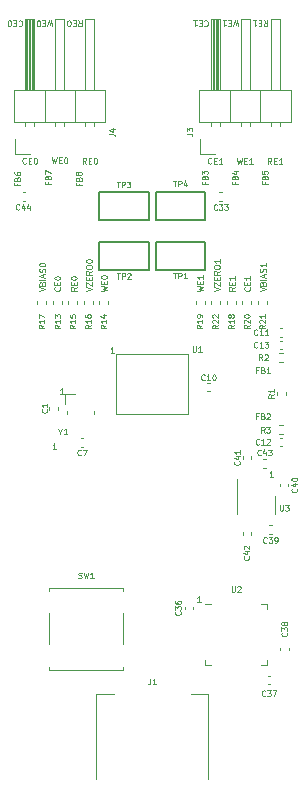
<source format=gbr>
%TF.GenerationSoftware,KiCad,Pcbnew,(5.1.2)-1*%
%TF.CreationDate,2022-05-17T10:19:51-05:00*%
%TF.ProjectId,aducm_board,61647563-6d5f-4626-9f61-72642e6b6963,1.6*%
%TF.SameCoordinates,Original*%
%TF.FileFunction,Legend,Top*%
%TF.FilePolarity,Positive*%
%FSLAX46Y46*%
G04 Gerber Fmt 4.6, Leading zero omitted, Abs format (unit mm)*
G04 Created by KiCad (PCBNEW (5.1.2)-1) date 2022-05-17 10:19:51*
%MOMM*%
%LPD*%
G04 APERTURE LIST*
%ADD10C,0.050000*%
%ADD11C,0.120000*%
%ADD12C,0.150000*%
%ADD13C,0.050800*%
G04 APERTURE END LIST*
D10*
X145592857Y-136206190D02*
X145307142Y-136206190D01*
X145450000Y-136206190D02*
X145450000Y-135706190D01*
X145402380Y-135777619D01*
X145354761Y-135825238D01*
X145307142Y-135849047D01*
X133367857Y-123276190D02*
X133082142Y-123276190D01*
X133225000Y-123276190D02*
X133225000Y-122776190D01*
X133177380Y-122847619D01*
X133129761Y-122895238D01*
X133082142Y-122919047D01*
X150616190Y-109926190D02*
X151116190Y-109759523D01*
X150616190Y-109592857D01*
X150854285Y-109259523D02*
X150878095Y-109188095D01*
X150901904Y-109164285D01*
X150949523Y-109140476D01*
X151020952Y-109140476D01*
X151068571Y-109164285D01*
X151092380Y-109188095D01*
X151116190Y-109235714D01*
X151116190Y-109426190D01*
X150616190Y-109426190D01*
X150616190Y-109259523D01*
X150640000Y-109211904D01*
X150663809Y-109188095D01*
X150711428Y-109164285D01*
X150759047Y-109164285D01*
X150806666Y-109188095D01*
X150830476Y-109211904D01*
X150854285Y-109259523D01*
X150854285Y-109426190D01*
X151116190Y-108926190D02*
X150616190Y-108926190D01*
X150973333Y-108711904D02*
X150973333Y-108473809D01*
X151116190Y-108759523D02*
X150616190Y-108592857D01*
X151116190Y-108426190D01*
X151092380Y-108283333D02*
X151116190Y-108211904D01*
X151116190Y-108092857D01*
X151092380Y-108045238D01*
X151068571Y-108021428D01*
X151020952Y-107997619D01*
X150973333Y-107997619D01*
X150925714Y-108021428D01*
X150901904Y-108045238D01*
X150878095Y-108092857D01*
X150854285Y-108188095D01*
X150830476Y-108235714D01*
X150806666Y-108259523D01*
X150759047Y-108283333D01*
X150711428Y-108283333D01*
X150663809Y-108259523D01*
X150640000Y-108235714D01*
X150616190Y-108188095D01*
X150616190Y-108069047D01*
X150640000Y-107997619D01*
X151116190Y-107521428D02*
X151116190Y-107807142D01*
X151116190Y-107664285D02*
X150616190Y-107664285D01*
X150687619Y-107711904D01*
X150735238Y-107759523D01*
X150759047Y-107807142D01*
X149758571Y-109569047D02*
X149782380Y-109592857D01*
X149806190Y-109664285D01*
X149806190Y-109711904D01*
X149782380Y-109783333D01*
X149734761Y-109830952D01*
X149687142Y-109854762D01*
X149591904Y-109878571D01*
X149520476Y-109878571D01*
X149425238Y-109854762D01*
X149377619Y-109830952D01*
X149330000Y-109783333D01*
X149306190Y-109711904D01*
X149306190Y-109664285D01*
X149330000Y-109592857D01*
X149353809Y-109569047D01*
X149544285Y-109354762D02*
X149544285Y-109188095D01*
X149806190Y-109116666D02*
X149806190Y-109354762D01*
X149306190Y-109354762D01*
X149306190Y-109116666D01*
X149806190Y-108640476D02*
X149806190Y-108926190D01*
X149806190Y-108783333D02*
X149306190Y-108783333D01*
X149377619Y-108830952D01*
X149425238Y-108878571D01*
X149449047Y-108926190D01*
X148476190Y-109569047D02*
X148238095Y-109735714D01*
X148476190Y-109854762D02*
X147976190Y-109854762D01*
X147976190Y-109664285D01*
X148000000Y-109616666D01*
X148023809Y-109592857D01*
X148071428Y-109569047D01*
X148142857Y-109569047D01*
X148190476Y-109592857D01*
X148214285Y-109616666D01*
X148238095Y-109664285D01*
X148238095Y-109854762D01*
X148214285Y-109354762D02*
X148214285Y-109188095D01*
X148476190Y-109116666D02*
X148476190Y-109354762D01*
X147976190Y-109354762D01*
X147976190Y-109116666D01*
X148476190Y-108640476D02*
X148476190Y-108926190D01*
X148476190Y-108783333D02*
X147976190Y-108783333D01*
X148047619Y-108830952D01*
X148095238Y-108878571D01*
X148119047Y-108926190D01*
X146716190Y-109926190D02*
X147216190Y-109759523D01*
X146716190Y-109592857D01*
X146716190Y-109473809D02*
X146716190Y-109140476D01*
X147216190Y-109473809D01*
X147216190Y-109140476D01*
X146954285Y-108949999D02*
X146954285Y-108783333D01*
X147216190Y-108711904D02*
X147216190Y-108949999D01*
X146716190Y-108949999D01*
X146716190Y-108711904D01*
X147216190Y-108211904D02*
X146978095Y-108378571D01*
X147216190Y-108497618D02*
X146716190Y-108497618D01*
X146716190Y-108307142D01*
X146740000Y-108259523D01*
X146763809Y-108235714D01*
X146811428Y-108211904D01*
X146882857Y-108211904D01*
X146930476Y-108235714D01*
X146954285Y-108259523D01*
X146978095Y-108307142D01*
X146978095Y-108497618D01*
X146716190Y-107902380D02*
X146716190Y-107807142D01*
X146740000Y-107759523D01*
X146787619Y-107711904D01*
X146882857Y-107688095D01*
X147049523Y-107688095D01*
X147144761Y-107711904D01*
X147192380Y-107759523D01*
X147216190Y-107807142D01*
X147216190Y-107902380D01*
X147192380Y-107949999D01*
X147144761Y-107997618D01*
X147049523Y-108021428D01*
X146882857Y-108021428D01*
X146787619Y-107997618D01*
X146740000Y-107949999D01*
X146716190Y-107902380D01*
X147216190Y-107211904D02*
X147216190Y-107497618D01*
X147216190Y-107354761D02*
X146716190Y-107354761D01*
X146787619Y-107402380D01*
X146835238Y-107449999D01*
X146859047Y-107497618D01*
X145316190Y-109902380D02*
X145816190Y-109783332D01*
X145459047Y-109688094D01*
X145816190Y-109592856D01*
X145316190Y-109473809D01*
X145554285Y-109283332D02*
X145554285Y-109116666D01*
X145816190Y-109045237D02*
X145816190Y-109283332D01*
X145316190Y-109283332D01*
X145316190Y-109045237D01*
X145816190Y-108569047D02*
X145816190Y-108854761D01*
X145816190Y-108711904D02*
X145316190Y-108711904D01*
X145387619Y-108759523D01*
X145435238Y-108807142D01*
X145459047Y-108854761D01*
X137166190Y-109902380D02*
X137666190Y-109783332D01*
X137309047Y-109688094D01*
X137666190Y-109592856D01*
X137166190Y-109473809D01*
X137404285Y-109283332D02*
X137404285Y-109116666D01*
X137666190Y-109045237D02*
X137666190Y-109283332D01*
X137166190Y-109283332D01*
X137166190Y-109045237D01*
X137166190Y-108735713D02*
X137166190Y-108688094D01*
X137190000Y-108640475D01*
X137213809Y-108616666D01*
X137261428Y-108592856D01*
X137356666Y-108569047D01*
X137475714Y-108569047D01*
X137570952Y-108592856D01*
X137618571Y-108616666D01*
X137642380Y-108640475D01*
X137666190Y-108688094D01*
X137666190Y-108735713D01*
X137642380Y-108783332D01*
X137618571Y-108807142D01*
X137570952Y-108830951D01*
X137475714Y-108854761D01*
X137356666Y-108854761D01*
X137261428Y-108830951D01*
X137213809Y-108807142D01*
X137190000Y-108783332D01*
X137166190Y-108735713D01*
X135106190Y-109569047D02*
X134868095Y-109735714D01*
X135106190Y-109854762D02*
X134606190Y-109854762D01*
X134606190Y-109664285D01*
X134630000Y-109616666D01*
X134653809Y-109592857D01*
X134701428Y-109569047D01*
X134772857Y-109569047D01*
X134820476Y-109592857D01*
X134844285Y-109616666D01*
X134868095Y-109664285D01*
X134868095Y-109854762D01*
X134844285Y-109354762D02*
X134844285Y-109188095D01*
X135106190Y-109116666D02*
X135106190Y-109354762D01*
X134606190Y-109354762D01*
X134606190Y-109116666D01*
X134606190Y-108807143D02*
X134606190Y-108759524D01*
X134630000Y-108711904D01*
X134653809Y-108688095D01*
X134701428Y-108664285D01*
X134796666Y-108640476D01*
X134915714Y-108640476D01*
X135010952Y-108664285D01*
X135058571Y-108688095D01*
X135082380Y-108711904D01*
X135106190Y-108759524D01*
X135106190Y-108807143D01*
X135082380Y-108854762D01*
X135058571Y-108878571D01*
X135010952Y-108902381D01*
X134915714Y-108926190D01*
X134796666Y-108926190D01*
X134701428Y-108902381D01*
X134653809Y-108878571D01*
X134630000Y-108854762D01*
X134606190Y-108807143D01*
X133668571Y-109569047D02*
X133692380Y-109592857D01*
X133716190Y-109664285D01*
X133716190Y-109711904D01*
X133692380Y-109783333D01*
X133644761Y-109830952D01*
X133597142Y-109854762D01*
X133501904Y-109878571D01*
X133430476Y-109878571D01*
X133335238Y-109854762D01*
X133287619Y-109830952D01*
X133240000Y-109783333D01*
X133216190Y-109711904D01*
X133216190Y-109664285D01*
X133240000Y-109592857D01*
X133263809Y-109569047D01*
X133454285Y-109354762D02*
X133454285Y-109188095D01*
X133716190Y-109116666D02*
X133716190Y-109354762D01*
X133216190Y-109354762D01*
X133216190Y-109116666D01*
X133216190Y-108807143D02*
X133216190Y-108759524D01*
X133240000Y-108711904D01*
X133263809Y-108688095D01*
X133311428Y-108664285D01*
X133406666Y-108640476D01*
X133525714Y-108640476D01*
X133620952Y-108664285D01*
X133668571Y-108688095D01*
X133692380Y-108711904D01*
X133716190Y-108759524D01*
X133716190Y-108807143D01*
X133692380Y-108854762D01*
X133668571Y-108878571D01*
X133620952Y-108902381D01*
X133525714Y-108926190D01*
X133406666Y-108926190D01*
X133311428Y-108902381D01*
X133263809Y-108878571D01*
X133240000Y-108854762D01*
X133216190Y-108807143D01*
X131936190Y-109926190D02*
X132436190Y-109759523D01*
X131936190Y-109592857D01*
X132174285Y-109259523D02*
X132198095Y-109188095D01*
X132221904Y-109164285D01*
X132269523Y-109140476D01*
X132340952Y-109140476D01*
X132388571Y-109164285D01*
X132412380Y-109188095D01*
X132436190Y-109235714D01*
X132436190Y-109426190D01*
X131936190Y-109426190D01*
X131936190Y-109259523D01*
X131960000Y-109211904D01*
X131983809Y-109188095D01*
X132031428Y-109164285D01*
X132079047Y-109164285D01*
X132126666Y-109188095D01*
X132150476Y-109211904D01*
X132174285Y-109259523D01*
X132174285Y-109426190D01*
X132436190Y-108926190D02*
X131936190Y-108926190D01*
X132293333Y-108711904D02*
X132293333Y-108473809D01*
X132436190Y-108759523D02*
X131936190Y-108592857D01*
X132436190Y-108426190D01*
X132412380Y-108283333D02*
X132436190Y-108211904D01*
X132436190Y-108092857D01*
X132412380Y-108045238D01*
X132388571Y-108021428D01*
X132340952Y-107997619D01*
X132293333Y-107997619D01*
X132245714Y-108021428D01*
X132221904Y-108045238D01*
X132198095Y-108092857D01*
X132174285Y-108188095D01*
X132150476Y-108235714D01*
X132126666Y-108259523D01*
X132079047Y-108283333D01*
X132031428Y-108283333D01*
X131983809Y-108259523D01*
X131960000Y-108235714D01*
X131936190Y-108188095D01*
X131936190Y-108069047D01*
X131960000Y-107997619D01*
X131936190Y-107688095D02*
X131936190Y-107640476D01*
X131960000Y-107592857D01*
X131983809Y-107569047D01*
X132031428Y-107545238D01*
X132126666Y-107521428D01*
X132245714Y-107521428D01*
X132340952Y-107545238D01*
X132388571Y-107569047D01*
X132412380Y-107592857D01*
X132436190Y-107640476D01*
X132436190Y-107688095D01*
X132412380Y-107735714D01*
X132388571Y-107759523D01*
X132340952Y-107783333D01*
X132245714Y-107807142D01*
X132126666Y-107807142D01*
X132031428Y-107783333D01*
X131983809Y-107759523D01*
X131960000Y-107735714D01*
X131936190Y-107688095D01*
X134000857Y-118590190D02*
X133715142Y-118590190D01*
X133858000Y-118590190D02*
X133858000Y-118090190D01*
X133810380Y-118161619D01*
X133762761Y-118209238D01*
X133715142Y-118233047D01*
X135886190Y-109926190D02*
X136386190Y-109759523D01*
X135886190Y-109592857D01*
X135886190Y-109473809D02*
X135886190Y-109140476D01*
X136386190Y-109473809D01*
X136386190Y-109140476D01*
X136124285Y-108949999D02*
X136124285Y-108783333D01*
X136386190Y-108711904D02*
X136386190Y-108949999D01*
X135886190Y-108949999D01*
X135886190Y-108711904D01*
X136386190Y-108211904D02*
X136148095Y-108378571D01*
X136386190Y-108497618D02*
X135886190Y-108497618D01*
X135886190Y-108307142D01*
X135910000Y-108259523D01*
X135933809Y-108235714D01*
X135981428Y-108211904D01*
X136052857Y-108211904D01*
X136100476Y-108235714D01*
X136124285Y-108259523D01*
X136148095Y-108307142D01*
X136148095Y-108497618D01*
X135886190Y-107902380D02*
X135886190Y-107807142D01*
X135910000Y-107759523D01*
X135957619Y-107711904D01*
X136052857Y-107688095D01*
X136219523Y-107688095D01*
X136314761Y-107711904D01*
X136362380Y-107759523D01*
X136386190Y-107807142D01*
X136386190Y-107902380D01*
X136362380Y-107949999D01*
X136314761Y-107997618D01*
X136219523Y-108021428D01*
X136052857Y-108021428D01*
X135957619Y-107997618D01*
X135910000Y-107949999D01*
X135886190Y-107902380D01*
X135886190Y-107378571D02*
X135886190Y-107330952D01*
X135910000Y-107283333D01*
X135933809Y-107259523D01*
X135981428Y-107235714D01*
X136076666Y-107211904D01*
X136195714Y-107211904D01*
X136290952Y-107235714D01*
X136338571Y-107259523D01*
X136362380Y-107283333D01*
X136386190Y-107330952D01*
X136386190Y-107378571D01*
X136362380Y-107426190D01*
X136338571Y-107449999D01*
X136290952Y-107473809D01*
X136195714Y-107497618D01*
X136076666Y-107497618D01*
X135981428Y-107473809D01*
X135933809Y-107449999D01*
X135910000Y-107426190D01*
X135886190Y-107378571D01*
X145899523Y-87021428D02*
X145923333Y-86997619D01*
X145994761Y-86973809D01*
X146042380Y-86973809D01*
X146113809Y-86997619D01*
X146161428Y-87045238D01*
X146185238Y-87092857D01*
X146209047Y-87188095D01*
X146209047Y-87259523D01*
X146185238Y-87354761D01*
X146161428Y-87402380D01*
X146113809Y-87450000D01*
X146042380Y-87473809D01*
X145994761Y-87473809D01*
X145923333Y-87450000D01*
X145899523Y-87426190D01*
X145685238Y-87235714D02*
X145518571Y-87235714D01*
X145447142Y-86973809D02*
X145685238Y-86973809D01*
X145685238Y-87473809D01*
X145447142Y-87473809D01*
X144970952Y-86973809D02*
X145256666Y-86973809D01*
X145113809Y-86973809D02*
X145113809Y-87473809D01*
X145161428Y-87402380D01*
X145209047Y-87354761D01*
X145256666Y-87330952D01*
X148782856Y-87473809D02*
X148663808Y-86973809D01*
X148568570Y-87330952D01*
X148473332Y-86973809D01*
X148354285Y-87473809D01*
X148163808Y-87235714D02*
X147997142Y-87235714D01*
X147925713Y-86973809D02*
X148163808Y-86973809D01*
X148163808Y-87473809D01*
X147925713Y-87473809D01*
X147449523Y-86973809D02*
X147735237Y-86973809D01*
X147592380Y-86973809D02*
X147592380Y-87473809D01*
X147639999Y-87402380D01*
X147687618Y-87354761D01*
X147735237Y-87330952D01*
X150959523Y-86973809D02*
X151126190Y-87211904D01*
X151245238Y-86973809D02*
X151245238Y-87473809D01*
X151054761Y-87473809D01*
X151007142Y-87450000D01*
X150983333Y-87426190D01*
X150959523Y-87378571D01*
X150959523Y-87307142D01*
X150983333Y-87259523D01*
X151007142Y-87235714D01*
X151054761Y-87211904D01*
X151245238Y-87211904D01*
X150745238Y-87235714D02*
X150578571Y-87235714D01*
X150507142Y-86973809D02*
X150745238Y-86973809D01*
X150745238Y-87473809D01*
X150507142Y-87473809D01*
X150030952Y-86973809D02*
X150316666Y-86973809D01*
X150173809Y-86973809D02*
X150173809Y-87473809D01*
X150221428Y-87402380D01*
X150269047Y-87354761D01*
X150316666Y-87330952D01*
X151590476Y-99116190D02*
X151423809Y-98878095D01*
X151304761Y-99116190D02*
X151304761Y-98616190D01*
X151495238Y-98616190D01*
X151542857Y-98640000D01*
X151566666Y-98663809D01*
X151590476Y-98711428D01*
X151590476Y-98782857D01*
X151566666Y-98830476D01*
X151542857Y-98854285D01*
X151495238Y-98878095D01*
X151304761Y-98878095D01*
X151804761Y-98854285D02*
X151971428Y-98854285D01*
X152042857Y-99116190D02*
X151804761Y-99116190D01*
X151804761Y-98616190D01*
X152042857Y-98616190D01*
X152519047Y-99116190D02*
X152233333Y-99116190D01*
X152376190Y-99116190D02*
X152376190Y-98616190D01*
X152328571Y-98687619D01*
X152280952Y-98735238D01*
X152233333Y-98759047D01*
X146510476Y-99068571D02*
X146486666Y-99092380D01*
X146415238Y-99116190D01*
X146367619Y-99116190D01*
X146296190Y-99092380D01*
X146248571Y-99044761D01*
X146224761Y-98997142D01*
X146200952Y-98901904D01*
X146200952Y-98830476D01*
X146224761Y-98735238D01*
X146248571Y-98687619D01*
X146296190Y-98640000D01*
X146367619Y-98616190D01*
X146415238Y-98616190D01*
X146486666Y-98640000D01*
X146510476Y-98663809D01*
X146724761Y-98854285D02*
X146891428Y-98854285D01*
X146962857Y-99116190D02*
X146724761Y-99116190D01*
X146724761Y-98616190D01*
X146962857Y-98616190D01*
X147439047Y-99116190D02*
X147153333Y-99116190D01*
X147296190Y-99116190D02*
X147296190Y-98616190D01*
X147248571Y-98687619D01*
X147200952Y-98735238D01*
X147153333Y-98759047D01*
X148681428Y-98616190D02*
X148800476Y-99116190D01*
X148895714Y-98759047D01*
X148990952Y-99116190D01*
X149110000Y-98616190D01*
X149300476Y-98854285D02*
X149467142Y-98854285D01*
X149538571Y-99116190D02*
X149300476Y-99116190D01*
X149300476Y-98616190D01*
X149538571Y-98616190D01*
X150014761Y-99116190D02*
X149729047Y-99116190D01*
X149871904Y-99116190D02*
X149871904Y-98616190D01*
X149824285Y-98687619D01*
X149776666Y-98735238D01*
X149729047Y-98759047D01*
X130810476Y-99068571D02*
X130786666Y-99092380D01*
X130715238Y-99116190D01*
X130667619Y-99116190D01*
X130596190Y-99092380D01*
X130548571Y-99044761D01*
X130524761Y-98997142D01*
X130500952Y-98901904D01*
X130500952Y-98830476D01*
X130524761Y-98735238D01*
X130548571Y-98687619D01*
X130596190Y-98640000D01*
X130667619Y-98616190D01*
X130715238Y-98616190D01*
X130786666Y-98640000D01*
X130810476Y-98663809D01*
X131024761Y-98854285D02*
X131191428Y-98854285D01*
X131262857Y-99116190D02*
X131024761Y-99116190D01*
X131024761Y-98616190D01*
X131262857Y-98616190D01*
X131572380Y-98616190D02*
X131620000Y-98616190D01*
X131667619Y-98640000D01*
X131691428Y-98663809D01*
X131715238Y-98711428D01*
X131739047Y-98806666D01*
X131739047Y-98925714D01*
X131715238Y-99020952D01*
X131691428Y-99068571D01*
X131667619Y-99092380D01*
X131620000Y-99116190D01*
X131572380Y-99116190D01*
X131524761Y-99092380D01*
X131500952Y-99068571D01*
X131477142Y-99020952D01*
X131453333Y-98925714D01*
X131453333Y-98806666D01*
X131477142Y-98711428D01*
X131500952Y-98663809D01*
X131524761Y-98640000D01*
X131572380Y-98616190D01*
X132981428Y-98580475D02*
X133100476Y-99080475D01*
X133195714Y-98723332D01*
X133290952Y-99080475D01*
X133410000Y-98580475D01*
X133600476Y-98818570D02*
X133767142Y-98818570D01*
X133838571Y-99080475D02*
X133600476Y-99080475D01*
X133600476Y-98580475D01*
X133838571Y-98580475D01*
X134148095Y-98580475D02*
X134195714Y-98580475D01*
X134243333Y-98604285D01*
X134267142Y-98628094D01*
X134290952Y-98675713D01*
X134314761Y-98770951D01*
X134314761Y-98889999D01*
X134290952Y-98985237D01*
X134267142Y-99032856D01*
X134243333Y-99056665D01*
X134195714Y-99080475D01*
X134148095Y-99080475D01*
X134100476Y-99056665D01*
X134076666Y-99032856D01*
X134052857Y-98985237D01*
X134029047Y-98889999D01*
X134029047Y-98770951D01*
X134052857Y-98675713D01*
X134076666Y-98628094D01*
X134100476Y-98604285D01*
X134148095Y-98580475D01*
X135890476Y-99116190D02*
X135723809Y-98878095D01*
X135604761Y-99116190D02*
X135604761Y-98616190D01*
X135795238Y-98616190D01*
X135842857Y-98640000D01*
X135866666Y-98663809D01*
X135890476Y-98711428D01*
X135890476Y-98782857D01*
X135866666Y-98830476D01*
X135842857Y-98854285D01*
X135795238Y-98878095D01*
X135604761Y-98878095D01*
X136104761Y-98854285D02*
X136271428Y-98854285D01*
X136342857Y-99116190D02*
X136104761Y-99116190D01*
X136104761Y-98616190D01*
X136342857Y-98616190D01*
X136652380Y-98616190D02*
X136700000Y-98616190D01*
X136747619Y-98640000D01*
X136771428Y-98663809D01*
X136795238Y-98711428D01*
X136819047Y-98806666D01*
X136819047Y-98925714D01*
X136795238Y-99020952D01*
X136771428Y-99068571D01*
X136747619Y-99092380D01*
X136700000Y-99116190D01*
X136652380Y-99116190D01*
X136604761Y-99092380D01*
X136580952Y-99068571D01*
X136557142Y-99020952D01*
X136533333Y-98925714D01*
X136533333Y-98806666D01*
X136557142Y-98711428D01*
X136580952Y-98663809D01*
X136604761Y-98640000D01*
X136652380Y-98616190D01*
X135229523Y-86973809D02*
X135396190Y-87211904D01*
X135515238Y-86973809D02*
X135515238Y-87473809D01*
X135324761Y-87473809D01*
X135277142Y-87450000D01*
X135253333Y-87426190D01*
X135229523Y-87378571D01*
X135229523Y-87307142D01*
X135253333Y-87259523D01*
X135277142Y-87235714D01*
X135324761Y-87211904D01*
X135515238Y-87211904D01*
X135015238Y-87235714D02*
X134848571Y-87235714D01*
X134777142Y-86973809D02*
X135015238Y-86973809D01*
X135015238Y-87473809D01*
X134777142Y-87473809D01*
X134467619Y-87473809D02*
X134420000Y-87473809D01*
X134372380Y-87450000D01*
X134348571Y-87426190D01*
X134324761Y-87378571D01*
X134300952Y-87283333D01*
X134300952Y-87164285D01*
X134324761Y-87069047D01*
X134348571Y-87021428D01*
X134372380Y-86997619D01*
X134420000Y-86973809D01*
X134467619Y-86973809D01*
X134515238Y-86997619D01*
X134539047Y-87021428D01*
X134562857Y-87069047D01*
X134586666Y-87164285D01*
X134586666Y-87283333D01*
X134562857Y-87378571D01*
X134539047Y-87426190D01*
X134515238Y-87450000D01*
X134467619Y-87473809D01*
X133052856Y-87473809D02*
X132933808Y-86973809D01*
X132838570Y-87330952D01*
X132743332Y-86973809D01*
X132624285Y-87473809D01*
X132433808Y-87235714D02*
X132267142Y-87235714D01*
X132195713Y-86973809D02*
X132433808Y-86973809D01*
X132433808Y-87473809D01*
X132195713Y-87473809D01*
X131886189Y-87473809D02*
X131838570Y-87473809D01*
X131790951Y-87450000D01*
X131767142Y-87426190D01*
X131743332Y-87378571D01*
X131719523Y-87283333D01*
X131719523Y-87164285D01*
X131743332Y-87069047D01*
X131767142Y-87021428D01*
X131790951Y-86997619D01*
X131838570Y-86973809D01*
X131886189Y-86973809D01*
X131933808Y-86997619D01*
X131957618Y-87021428D01*
X131981427Y-87069047D01*
X132005237Y-87164285D01*
X132005237Y-87283333D01*
X131981427Y-87378571D01*
X131957618Y-87426190D01*
X131933808Y-87450000D01*
X131886189Y-87473809D01*
X130179523Y-87021428D02*
X130203333Y-86997619D01*
X130274761Y-86973809D01*
X130322380Y-86973809D01*
X130393809Y-86997619D01*
X130441428Y-87045238D01*
X130465238Y-87092857D01*
X130489047Y-87188095D01*
X130489047Y-87259523D01*
X130465238Y-87354761D01*
X130441428Y-87402380D01*
X130393809Y-87450000D01*
X130322380Y-87473809D01*
X130274761Y-87473809D01*
X130203333Y-87450000D01*
X130179523Y-87426190D01*
X129965238Y-87235714D02*
X129798571Y-87235714D01*
X129727142Y-86973809D02*
X129965238Y-86973809D01*
X129965238Y-87473809D01*
X129727142Y-87473809D01*
X129417619Y-87473809D02*
X129370000Y-87473809D01*
X129322380Y-87450000D01*
X129298571Y-87426190D01*
X129274761Y-87378571D01*
X129250952Y-87283333D01*
X129250952Y-87164285D01*
X129274761Y-87069047D01*
X129298571Y-87021428D01*
X129322380Y-86997619D01*
X129370000Y-86973809D01*
X129417619Y-86973809D01*
X129465238Y-86997619D01*
X129489047Y-87021428D01*
X129512857Y-87069047D01*
X129536666Y-87164285D01*
X129536666Y-87283333D01*
X129512857Y-87378571D01*
X129489047Y-87426190D01*
X129465238Y-87450000D01*
X129417619Y-87473809D01*
X138262857Y-115126190D02*
X137977142Y-115126190D01*
X138120000Y-115126190D02*
X138120000Y-114626190D01*
X138072380Y-114697619D01*
X138024761Y-114745238D01*
X137977142Y-114769047D01*
X151717857Y-125626190D02*
X151432142Y-125626190D01*
X151575000Y-125626190D02*
X151575000Y-125126190D01*
X151527380Y-125197619D01*
X151479761Y-125245238D01*
X151432142Y-125269047D01*
D11*
%TO.C,C41*%
X149170000Y-124117836D02*
X149170000Y-123902164D01*
X149890000Y-124117836D02*
X149890000Y-123902164D01*
D12*
%TO.C,TP4*%
X141800000Y-101470000D02*
X146000000Y-101470000D01*
X146000000Y-101470000D02*
X146000000Y-103870000D01*
X146000000Y-103870000D02*
X141800000Y-103870000D01*
X141800000Y-103870000D02*
X141800000Y-101470000D01*
%TO.C,TP3*%
X136990000Y-101470000D02*
X141190000Y-101470000D01*
X141190000Y-101470000D02*
X141190000Y-103870000D01*
X141190000Y-103870000D02*
X136990000Y-103870000D01*
X136990000Y-103870000D02*
X136990000Y-101470000D01*
D11*
%TO.C,U3*%
X151870000Y-127270000D02*
X151870000Y-128770000D01*
X148650000Y-125770000D02*
X148650000Y-128770000D01*
%TO.C,C36*%
X144240000Y-136841837D02*
X144240000Y-136626165D01*
X144960000Y-136841837D02*
X144960000Y-136626165D01*
%TO.C,R22*%
X147272500Y-110696359D02*
X147272500Y-111003641D01*
X146512500Y-110696359D02*
X146512500Y-111003641D01*
%TO.C,U1*%
X138452000Y-120322000D02*
X138452000Y-115242000D01*
X144548000Y-120322000D02*
X138452000Y-120322000D01*
X144548000Y-115242000D02*
X144548000Y-120322000D01*
X138452000Y-115242000D02*
X144548000Y-115242000D01*
D12*
%TO.C,TP2*%
X137000000Y-105710000D02*
X141200000Y-105710000D01*
X141200000Y-105710000D02*
X141200000Y-108110000D01*
X141200000Y-108110000D02*
X137000000Y-108110000D01*
X137000000Y-108110000D02*
X137000000Y-105710000D01*
D11*
%TO.C,R21*%
X151210000Y-110696359D02*
X151210000Y-111003641D01*
X150450000Y-110696359D02*
X150450000Y-111003641D01*
%TO.C,R20*%
X149897500Y-110696359D02*
X149897500Y-111003641D01*
X149137500Y-110696359D02*
X149137500Y-111003641D01*
%TO.C,R19*%
X145200000Y-111003641D02*
X145200000Y-110696359D01*
X145960000Y-111003641D02*
X145960000Y-110696359D01*
%TO.C,R18*%
X147825000Y-111003641D02*
X147825000Y-110696359D01*
X148585000Y-111003641D02*
X148585000Y-110696359D01*
%TO.C,R17*%
X132530000Y-110696359D02*
X132530000Y-111003641D01*
X131770000Y-110696359D02*
X131770000Y-111003641D01*
%TO.C,R16*%
X136467500Y-110696359D02*
X136467500Y-111003641D01*
X135707500Y-110696359D02*
X135707500Y-111003641D01*
%TO.C,R15*%
X135155000Y-110696359D02*
X135155000Y-111003641D01*
X134395000Y-110696359D02*
X134395000Y-111003641D01*
%TO.C,R14*%
X137780000Y-110696359D02*
X137780000Y-111003641D01*
X137020000Y-110696359D02*
X137020000Y-111003641D01*
%TO.C,R13*%
X133842500Y-110696359D02*
X133842500Y-111003641D01*
X133082500Y-110696359D02*
X133082500Y-111003641D01*
%TO.C,J1*%
X136750000Y-143970000D02*
X138250000Y-143970000D01*
X136750000Y-143970000D02*
X136750000Y-151230000D01*
X146250000Y-143970000D02*
X146250000Y-151230000D01*
X144750000Y-143970000D02*
X146250000Y-143970000D01*
%TO.C,C44*%
X130747836Y-102250000D02*
X130532164Y-102250000D01*
X130747836Y-101530000D02*
X130532164Y-101530000D01*
%TO.C,Y1*%
X134135000Y-119425000D02*
X134135000Y-118635000D01*
X134315000Y-120065000D02*
X134315000Y-120285000D01*
X136535000Y-120065000D02*
X136535000Y-120285000D01*
X134925000Y-118635000D02*
X134135000Y-118635000D01*
D12*
%TO.C,TP1*%
X141800000Y-105710000D02*
X146000000Y-105710000D01*
X146000000Y-105710000D02*
X146000000Y-108110000D01*
X146000000Y-108110000D02*
X141800000Y-108110000D01*
X141800000Y-108110000D02*
X141800000Y-105710000D01*
D11*
%TO.C,SW1*%
X132740000Y-135290000D02*
X132740000Y-135040000D01*
X132740000Y-135040000D02*
X139040000Y-135040000D01*
X139040000Y-135040000D02*
X139040000Y-135290000D01*
X132740000Y-139790000D02*
X132740000Y-137190000D01*
X139040000Y-141690000D02*
X139040000Y-141940000D01*
X139040000Y-141940000D02*
X132740000Y-141940000D01*
X132740000Y-141940000D02*
X132740000Y-141690000D01*
X139040000Y-137190000D02*
X139040000Y-139790000D01*
%TO.C,R3*%
X152573641Y-121225000D02*
X152266359Y-121225000D01*
X152573641Y-121985000D02*
X152266359Y-121985000D01*
%TO.C,R2*%
X152573641Y-115910000D02*
X152266359Y-115910000D01*
X152573641Y-115150000D02*
X152266359Y-115150000D01*
%TO.C,R1*%
X152040000Y-118723641D02*
X152040000Y-118416359D01*
X152800000Y-118723641D02*
X152800000Y-118416359D01*
%TO.C,J3*%
X145490000Y-95550000D02*
X153230000Y-95550000D01*
X153230000Y-95550000D02*
X153230000Y-92890000D01*
X153230000Y-92890000D02*
X145490000Y-92890000D01*
X145490000Y-92890000D02*
X145490000Y-95550000D01*
X146440000Y-92890000D02*
X146440000Y-86890000D01*
X146440000Y-86890000D02*
X147200000Y-86890000D01*
X147200000Y-86890000D02*
X147200000Y-92890000D01*
X146500000Y-92890000D02*
X146500000Y-86890000D01*
X146620000Y-92890000D02*
X146620000Y-86890000D01*
X146740000Y-92890000D02*
X146740000Y-86890000D01*
X146860000Y-92890000D02*
X146860000Y-86890000D01*
X146980000Y-92890000D02*
X146980000Y-86890000D01*
X147100000Y-92890000D02*
X147100000Y-86890000D01*
X146440000Y-95880000D02*
X146440000Y-95550000D01*
X147200000Y-95880000D02*
X147200000Y-95550000D01*
X148090000Y-95550000D02*
X148090000Y-92890000D01*
X148980000Y-92890000D02*
X148980000Y-86890000D01*
X148980000Y-86890000D02*
X149740000Y-86890000D01*
X149740000Y-86890000D02*
X149740000Y-92890000D01*
X148980000Y-95947071D02*
X148980000Y-95550000D01*
X149740000Y-95947071D02*
X149740000Y-95550000D01*
X150630000Y-95550000D02*
X150630000Y-92890000D01*
X151520000Y-92890000D02*
X151520000Y-86890000D01*
X151520000Y-86890000D02*
X152280000Y-86890000D01*
X152280000Y-86890000D02*
X152280000Y-92890000D01*
X151520000Y-95947071D02*
X151520000Y-95550000D01*
X152280000Y-95947071D02*
X152280000Y-95550000D01*
X146820000Y-98260000D02*
X145550000Y-98260000D01*
X145550000Y-98260000D02*
X145550000Y-96990000D01*
%TO.C,J4*%
X129790000Y-95550000D02*
X137530000Y-95550000D01*
X137530000Y-95550000D02*
X137530000Y-92890000D01*
X137530000Y-92890000D02*
X129790000Y-92890000D01*
X129790000Y-92890000D02*
X129790000Y-95550000D01*
X130740000Y-92890000D02*
X130740000Y-86890000D01*
X130740000Y-86890000D02*
X131500000Y-86890000D01*
X131500000Y-86890000D02*
X131500000Y-92890000D01*
X130800000Y-92890000D02*
X130800000Y-86890000D01*
X130920000Y-92890000D02*
X130920000Y-86890000D01*
X131040000Y-92890000D02*
X131040000Y-86890000D01*
X131160000Y-92890000D02*
X131160000Y-86890000D01*
X131280000Y-92890000D02*
X131280000Y-86890000D01*
X131400000Y-92890000D02*
X131400000Y-86890000D01*
X130740000Y-95880000D02*
X130740000Y-95550000D01*
X131500000Y-95880000D02*
X131500000Y-95550000D01*
X132390000Y-95550000D02*
X132390000Y-92890000D01*
X133280000Y-92890000D02*
X133280000Y-86890000D01*
X133280000Y-86890000D02*
X134040000Y-86890000D01*
X134040000Y-86890000D02*
X134040000Y-92890000D01*
X133280000Y-95947071D02*
X133280000Y-95550000D01*
X134040000Y-95947071D02*
X134040000Y-95550000D01*
X134930000Y-95550000D02*
X134930000Y-92890000D01*
X135820000Y-92890000D02*
X135820000Y-86890000D01*
X135820000Y-86890000D02*
X136580000Y-86890000D01*
X136580000Y-86890000D02*
X136580000Y-92890000D01*
X135820000Y-95947071D02*
X135820000Y-95550000D01*
X136580000Y-95947071D02*
X136580000Y-95550000D01*
X131120000Y-98260000D02*
X129850000Y-98260000D01*
X129850000Y-98260000D02*
X129850000Y-96990000D01*
%TO.C,C43*%
X150892164Y-124130000D02*
X151107836Y-124130000D01*
X150892164Y-124850000D02*
X151107836Y-124850000D01*
%TO.C,C42*%
X149880000Y-130312164D02*
X149880000Y-130527836D01*
X149160000Y-130312164D02*
X149160000Y-130527836D01*
%TO.C,C40*%
X153010000Y-126202164D02*
X153010000Y-126417836D01*
X152290000Y-126202164D02*
X152290000Y-126417836D01*
%TO.C,C39*%
X151392164Y-129730000D02*
X151607836Y-129730000D01*
X151392164Y-130450000D02*
X151607836Y-130450000D01*
%TO.C,C38*%
X153060000Y-140301837D02*
X153060000Y-140086165D01*
X152340000Y-140301837D02*
X152340000Y-140086165D01*
%TO.C,C37*%
X151487836Y-143174000D02*
X151272164Y-143174000D01*
X151487836Y-142454000D02*
X151272164Y-142454000D01*
%TO.C,C33*%
X147192164Y-101530000D02*
X147407836Y-101530000D01*
X147192164Y-102250000D02*
X147407836Y-102250000D01*
%TO.C,C13*%
X152292164Y-114100000D02*
X152507836Y-114100000D01*
X152292164Y-114820000D02*
X152507836Y-114820000D01*
%TO.C,C12*%
X152292164Y-122320000D02*
X152507836Y-122320000D01*
X152292164Y-123040000D02*
X152507836Y-123040000D01*
%TO.C,C11*%
X152292164Y-113040000D02*
X152507836Y-113040000D01*
X152292164Y-113760000D02*
X152507836Y-113760000D01*
%TO.C,C10*%
X146142164Y-117680000D02*
X146357836Y-117680000D01*
X146142164Y-118400000D02*
X146357836Y-118400000D01*
%TO.C,C7*%
X135677836Y-123060000D02*
X135462164Y-123060000D01*
X135677836Y-122340000D02*
X135462164Y-122340000D01*
%TO.C,C1*%
X133510000Y-119722164D02*
X133510000Y-119937836D01*
X132790000Y-119722164D02*
X132790000Y-119937836D01*
%TO.C,U2*%
X150735000Y-136354001D02*
X151210000Y-136354001D01*
X151210000Y-136354001D02*
X151210000Y-136829001D01*
X146465000Y-141574001D02*
X145990000Y-141574001D01*
X145990000Y-141574001D02*
X145990000Y-141099001D01*
X150735000Y-141574001D02*
X151210000Y-141574001D01*
X151210000Y-141574001D02*
X151210000Y-141099001D01*
X146465000Y-136354001D02*
X145990000Y-136354001D01*
%TO.C,C41*%
D13*
X148872357Y-124310242D02*
X148895338Y-124333223D01*
X148918319Y-124402166D01*
X148918319Y-124448128D01*
X148895338Y-124517071D01*
X148849376Y-124563033D01*
X148803414Y-124586014D01*
X148711490Y-124608995D01*
X148642547Y-124608995D01*
X148550623Y-124586014D01*
X148504661Y-124563033D01*
X148458700Y-124517071D01*
X148435719Y-124448128D01*
X148435719Y-124402166D01*
X148458700Y-124333223D01*
X148481680Y-124310242D01*
X148596585Y-123896585D02*
X148918319Y-123896585D01*
X148412738Y-124011490D02*
X148757452Y-124126395D01*
X148757452Y-123827642D01*
X148918319Y-123391004D02*
X148918319Y-123666776D01*
X148918319Y-123528890D02*
X148435719Y-123528890D01*
X148504661Y-123574852D01*
X148550623Y-123620814D01*
X148573604Y-123666776D01*
%TO.C,TP4*%
X143271004Y-100555719D02*
X143546776Y-100555719D01*
X143408890Y-101038319D02*
X143408890Y-100555719D01*
X143707642Y-101038319D02*
X143707642Y-100555719D01*
X143891490Y-100555719D01*
X143937452Y-100578700D01*
X143960433Y-100601680D01*
X143983414Y-100647642D01*
X143983414Y-100716585D01*
X143960433Y-100762547D01*
X143937452Y-100785528D01*
X143891490Y-100808509D01*
X143707642Y-100808509D01*
X144397071Y-100716585D02*
X144397071Y-101038319D01*
X144282166Y-100532738D02*
X144167261Y-100877452D01*
X144466014Y-100877452D01*
%TO.C,TP3*%
X138481004Y-100625719D02*
X138756776Y-100625719D01*
X138618890Y-101108319D02*
X138618890Y-100625719D01*
X138917642Y-101108319D02*
X138917642Y-100625719D01*
X139101490Y-100625719D01*
X139147452Y-100648700D01*
X139170433Y-100671680D01*
X139193414Y-100717642D01*
X139193414Y-100786585D01*
X139170433Y-100832547D01*
X139147452Y-100855528D01*
X139101490Y-100878509D01*
X138917642Y-100878509D01*
X139354280Y-100625719D02*
X139653033Y-100625719D01*
X139492166Y-100809566D01*
X139561109Y-100809566D01*
X139607071Y-100832547D01*
X139630052Y-100855528D01*
X139653033Y-100901490D01*
X139653033Y-101016395D01*
X139630052Y-101062357D01*
X139607071Y-101085338D01*
X139561109Y-101108319D01*
X139423223Y-101108319D01*
X139377261Y-101085338D01*
X139354280Y-101062357D01*
%TO.C,U3*%
X152286304Y-128005719D02*
X152286304Y-128396395D01*
X152309285Y-128442357D01*
X152332266Y-128465338D01*
X152378228Y-128488319D01*
X152470152Y-128488319D01*
X152516114Y-128465338D01*
X152539095Y-128442357D01*
X152562076Y-128396395D01*
X152562076Y-128005719D01*
X152745923Y-128005719D02*
X153044676Y-128005719D01*
X152883809Y-128189566D01*
X152952752Y-128189566D01*
X152998714Y-128212547D01*
X153021695Y-128235528D01*
X153044676Y-128281490D01*
X153044676Y-128396395D01*
X153021695Y-128442357D01*
X152998714Y-128465338D01*
X152952752Y-128488319D01*
X152814866Y-128488319D01*
X152768904Y-128465338D01*
X152745923Y-128442357D01*
%TO.C,C36*%
X143872357Y-137024243D02*
X143895338Y-137047224D01*
X143918319Y-137116167D01*
X143918319Y-137162129D01*
X143895338Y-137231072D01*
X143849376Y-137277034D01*
X143803414Y-137300015D01*
X143711490Y-137322996D01*
X143642547Y-137322996D01*
X143550623Y-137300015D01*
X143504661Y-137277034D01*
X143458700Y-137231072D01*
X143435719Y-137162129D01*
X143435719Y-137116167D01*
X143458700Y-137047224D01*
X143481680Y-137024243D01*
X143435719Y-136863377D02*
X143435719Y-136564624D01*
X143619566Y-136725491D01*
X143619566Y-136656548D01*
X143642547Y-136610586D01*
X143665528Y-136587605D01*
X143711490Y-136564624D01*
X143826395Y-136564624D01*
X143872357Y-136587605D01*
X143895338Y-136610586D01*
X143918319Y-136656548D01*
X143918319Y-136794434D01*
X143895338Y-136840396D01*
X143872357Y-136863377D01*
X143435719Y-136150967D02*
X143435719Y-136242891D01*
X143458700Y-136288853D01*
X143481680Y-136311834D01*
X143550623Y-136357796D01*
X143642547Y-136380777D01*
X143826395Y-136380777D01*
X143872357Y-136357796D01*
X143895338Y-136334815D01*
X143918319Y-136288853D01*
X143918319Y-136196929D01*
X143895338Y-136150967D01*
X143872357Y-136127986D01*
X143826395Y-136105005D01*
X143711490Y-136105005D01*
X143665528Y-136127986D01*
X143642547Y-136150967D01*
X143619566Y-136196929D01*
X143619566Y-136288853D01*
X143642547Y-136334815D01*
X143665528Y-136357796D01*
X143711490Y-136380777D01*
%TO.C,R22*%
X147080819Y-112786242D02*
X146851009Y-112947109D01*
X147080819Y-113062014D02*
X146598219Y-113062014D01*
X146598219Y-112878166D01*
X146621200Y-112832204D01*
X146644180Y-112809223D01*
X146690142Y-112786242D01*
X146759085Y-112786242D01*
X146805047Y-112809223D01*
X146828028Y-112832204D01*
X146851009Y-112878166D01*
X146851009Y-113062014D01*
X146644180Y-112602395D02*
X146621200Y-112579414D01*
X146598219Y-112533452D01*
X146598219Y-112418547D01*
X146621200Y-112372585D01*
X146644180Y-112349604D01*
X146690142Y-112326623D01*
X146736104Y-112326623D01*
X146805047Y-112349604D01*
X147080819Y-112625376D01*
X147080819Y-112326623D01*
X146644180Y-112142776D02*
X146621200Y-112119795D01*
X146598219Y-112073833D01*
X146598219Y-111958928D01*
X146621200Y-111912966D01*
X146644180Y-111889985D01*
X146690142Y-111867004D01*
X146736104Y-111867004D01*
X146805047Y-111889985D01*
X147080819Y-112165757D01*
X147080819Y-111867004D01*
%TO.C,U1*%
X144922304Y-114555719D02*
X144922304Y-114946395D01*
X144945285Y-114992357D01*
X144968266Y-115015338D01*
X145014228Y-115038319D01*
X145106152Y-115038319D01*
X145152114Y-115015338D01*
X145175095Y-114992357D01*
X145198076Y-114946395D01*
X145198076Y-114555719D01*
X145680676Y-115038319D02*
X145404904Y-115038319D01*
X145542790Y-115038319D02*
X145542790Y-114555719D01*
X145496828Y-114624661D01*
X145450866Y-114670623D01*
X145404904Y-114693604D01*
%TO.C,TP2*%
X138501004Y-108365719D02*
X138776776Y-108365719D01*
X138638890Y-108848319D02*
X138638890Y-108365719D01*
X138937642Y-108848319D02*
X138937642Y-108365719D01*
X139121490Y-108365719D01*
X139167452Y-108388700D01*
X139190433Y-108411680D01*
X139213414Y-108457642D01*
X139213414Y-108526585D01*
X139190433Y-108572547D01*
X139167452Y-108595528D01*
X139121490Y-108618509D01*
X138937642Y-108618509D01*
X139397261Y-108411680D02*
X139420242Y-108388700D01*
X139466204Y-108365719D01*
X139581109Y-108365719D01*
X139627071Y-108388700D01*
X139650052Y-108411680D01*
X139673033Y-108457642D01*
X139673033Y-108503604D01*
X139650052Y-108572547D01*
X139374280Y-108848319D01*
X139673033Y-108848319D01*
%TO.C,R21*%
X151058319Y-112786242D02*
X150828509Y-112947109D01*
X151058319Y-113062014D02*
X150575719Y-113062014D01*
X150575719Y-112878166D01*
X150598700Y-112832204D01*
X150621680Y-112809223D01*
X150667642Y-112786242D01*
X150736585Y-112786242D01*
X150782547Y-112809223D01*
X150805528Y-112832204D01*
X150828509Y-112878166D01*
X150828509Y-113062014D01*
X150621680Y-112602395D02*
X150598700Y-112579414D01*
X150575719Y-112533452D01*
X150575719Y-112418547D01*
X150598700Y-112372585D01*
X150621680Y-112349604D01*
X150667642Y-112326623D01*
X150713604Y-112326623D01*
X150782547Y-112349604D01*
X151058319Y-112625376D01*
X151058319Y-112326623D01*
X151058319Y-111867004D02*
X151058319Y-112142776D01*
X151058319Y-112004890D02*
X150575719Y-112004890D01*
X150644661Y-112050852D01*
X150690623Y-112096814D01*
X150713604Y-112142776D01*
%TO.C,R20*%
X149745819Y-112786242D02*
X149516009Y-112947109D01*
X149745819Y-113062014D02*
X149263219Y-113062014D01*
X149263219Y-112878166D01*
X149286200Y-112832204D01*
X149309180Y-112809223D01*
X149355142Y-112786242D01*
X149424085Y-112786242D01*
X149470047Y-112809223D01*
X149493028Y-112832204D01*
X149516009Y-112878166D01*
X149516009Y-113062014D01*
X149309180Y-112602395D02*
X149286200Y-112579414D01*
X149263219Y-112533452D01*
X149263219Y-112418547D01*
X149286200Y-112372585D01*
X149309180Y-112349604D01*
X149355142Y-112326623D01*
X149401104Y-112326623D01*
X149470047Y-112349604D01*
X149745819Y-112625376D01*
X149745819Y-112326623D01*
X149263219Y-112027871D02*
X149263219Y-111981909D01*
X149286200Y-111935947D01*
X149309180Y-111912966D01*
X149355142Y-111889985D01*
X149447066Y-111867004D01*
X149561971Y-111867004D01*
X149653895Y-111889985D01*
X149699857Y-111912966D01*
X149722838Y-111935947D01*
X149745819Y-111981909D01*
X149745819Y-112027871D01*
X149722838Y-112073833D01*
X149699857Y-112096814D01*
X149653895Y-112119795D01*
X149561971Y-112142776D01*
X149447066Y-112142776D01*
X149355142Y-112119795D01*
X149309180Y-112096814D01*
X149286200Y-112073833D01*
X149263219Y-112027871D01*
%TO.C,R19*%
X145738319Y-112786242D02*
X145508509Y-112947109D01*
X145738319Y-113062014D02*
X145255719Y-113062014D01*
X145255719Y-112878166D01*
X145278700Y-112832204D01*
X145301680Y-112809223D01*
X145347642Y-112786242D01*
X145416585Y-112786242D01*
X145462547Y-112809223D01*
X145485528Y-112832204D01*
X145508509Y-112878166D01*
X145508509Y-113062014D01*
X145738319Y-112326623D02*
X145738319Y-112602395D01*
X145738319Y-112464509D02*
X145255719Y-112464509D01*
X145324661Y-112510471D01*
X145370623Y-112556433D01*
X145393604Y-112602395D01*
X145738319Y-112096814D02*
X145738319Y-112004890D01*
X145715338Y-111958928D01*
X145692357Y-111935947D01*
X145623414Y-111889985D01*
X145531490Y-111867004D01*
X145347642Y-111867004D01*
X145301680Y-111889985D01*
X145278700Y-111912966D01*
X145255719Y-111958928D01*
X145255719Y-112050852D01*
X145278700Y-112096814D01*
X145301680Y-112119795D01*
X145347642Y-112142776D01*
X145462547Y-112142776D01*
X145508509Y-112119795D01*
X145531490Y-112096814D01*
X145554471Y-112050852D01*
X145554471Y-111958928D01*
X145531490Y-111912966D01*
X145508509Y-111889985D01*
X145462547Y-111867004D01*
%TO.C,R18*%
X148413319Y-112786242D02*
X148183509Y-112947109D01*
X148413319Y-113062014D02*
X147930719Y-113062014D01*
X147930719Y-112878166D01*
X147953700Y-112832204D01*
X147976680Y-112809223D01*
X148022642Y-112786242D01*
X148091585Y-112786242D01*
X148137547Y-112809223D01*
X148160528Y-112832204D01*
X148183509Y-112878166D01*
X148183509Y-113062014D01*
X148413319Y-112326623D02*
X148413319Y-112602395D01*
X148413319Y-112464509D02*
X147930719Y-112464509D01*
X147999661Y-112510471D01*
X148045623Y-112556433D01*
X148068604Y-112602395D01*
X148137547Y-112050852D02*
X148114566Y-112096814D01*
X148091585Y-112119795D01*
X148045623Y-112142776D01*
X148022642Y-112142776D01*
X147976680Y-112119795D01*
X147953700Y-112096814D01*
X147930719Y-112050852D01*
X147930719Y-111958928D01*
X147953700Y-111912966D01*
X147976680Y-111889985D01*
X148022642Y-111867004D01*
X148045623Y-111867004D01*
X148091585Y-111889985D01*
X148114566Y-111912966D01*
X148137547Y-111958928D01*
X148137547Y-112050852D01*
X148160528Y-112096814D01*
X148183509Y-112119795D01*
X148229471Y-112142776D01*
X148321395Y-112142776D01*
X148367357Y-112119795D01*
X148390338Y-112096814D01*
X148413319Y-112050852D01*
X148413319Y-111958928D01*
X148390338Y-111912966D01*
X148367357Y-111889985D01*
X148321395Y-111867004D01*
X148229471Y-111867004D01*
X148183509Y-111889985D01*
X148160528Y-111912966D01*
X148137547Y-111958928D01*
%TO.C,R17*%
X132368319Y-112786242D02*
X132138509Y-112947109D01*
X132368319Y-113062014D02*
X131885719Y-113062014D01*
X131885719Y-112878166D01*
X131908700Y-112832204D01*
X131931680Y-112809223D01*
X131977642Y-112786242D01*
X132046585Y-112786242D01*
X132092547Y-112809223D01*
X132115528Y-112832204D01*
X132138509Y-112878166D01*
X132138509Y-113062014D01*
X132368319Y-112326623D02*
X132368319Y-112602395D01*
X132368319Y-112464509D02*
X131885719Y-112464509D01*
X131954661Y-112510471D01*
X132000623Y-112556433D01*
X132023604Y-112602395D01*
X131885719Y-112165757D02*
X131885719Y-111844023D01*
X132368319Y-112050852D01*
%TO.C,R16*%
X136305819Y-112786242D02*
X136076009Y-112947109D01*
X136305819Y-113062014D02*
X135823219Y-113062014D01*
X135823219Y-112878166D01*
X135846200Y-112832204D01*
X135869180Y-112809223D01*
X135915142Y-112786242D01*
X135984085Y-112786242D01*
X136030047Y-112809223D01*
X136053028Y-112832204D01*
X136076009Y-112878166D01*
X136076009Y-113062014D01*
X136305819Y-112326623D02*
X136305819Y-112602395D01*
X136305819Y-112464509D02*
X135823219Y-112464509D01*
X135892161Y-112510471D01*
X135938123Y-112556433D01*
X135961104Y-112602395D01*
X135823219Y-111912966D02*
X135823219Y-112004890D01*
X135846200Y-112050852D01*
X135869180Y-112073833D01*
X135938123Y-112119795D01*
X136030047Y-112142776D01*
X136213895Y-112142776D01*
X136259857Y-112119795D01*
X136282838Y-112096814D01*
X136305819Y-112050852D01*
X136305819Y-111958928D01*
X136282838Y-111912966D01*
X136259857Y-111889985D01*
X136213895Y-111867004D01*
X136098990Y-111867004D01*
X136053028Y-111889985D01*
X136030047Y-111912966D01*
X136007066Y-111958928D01*
X136007066Y-112050852D01*
X136030047Y-112096814D01*
X136053028Y-112119795D01*
X136098990Y-112142776D01*
%TO.C,R15*%
X134983319Y-112786242D02*
X134753509Y-112947109D01*
X134983319Y-113062014D02*
X134500719Y-113062014D01*
X134500719Y-112878166D01*
X134523700Y-112832204D01*
X134546680Y-112809223D01*
X134592642Y-112786242D01*
X134661585Y-112786242D01*
X134707547Y-112809223D01*
X134730528Y-112832204D01*
X134753509Y-112878166D01*
X134753509Y-113062014D01*
X134983319Y-112326623D02*
X134983319Y-112602395D01*
X134983319Y-112464509D02*
X134500719Y-112464509D01*
X134569661Y-112510471D01*
X134615623Y-112556433D01*
X134638604Y-112602395D01*
X134500719Y-111889985D02*
X134500719Y-112119795D01*
X134730528Y-112142776D01*
X134707547Y-112119795D01*
X134684566Y-112073833D01*
X134684566Y-111958928D01*
X134707547Y-111912966D01*
X134730528Y-111889985D01*
X134776490Y-111867004D01*
X134891395Y-111867004D01*
X134937357Y-111889985D01*
X134960338Y-111912966D01*
X134983319Y-111958928D01*
X134983319Y-112073833D01*
X134960338Y-112119795D01*
X134937357Y-112142776D01*
%TO.C,R14*%
X137618319Y-112786242D02*
X137388509Y-112947109D01*
X137618319Y-113062014D02*
X137135719Y-113062014D01*
X137135719Y-112878166D01*
X137158700Y-112832204D01*
X137181680Y-112809223D01*
X137227642Y-112786242D01*
X137296585Y-112786242D01*
X137342547Y-112809223D01*
X137365528Y-112832204D01*
X137388509Y-112878166D01*
X137388509Y-113062014D01*
X137618319Y-112326623D02*
X137618319Y-112602395D01*
X137618319Y-112464509D02*
X137135719Y-112464509D01*
X137204661Y-112510471D01*
X137250623Y-112556433D01*
X137273604Y-112602395D01*
X137296585Y-111912966D02*
X137618319Y-111912966D01*
X137112738Y-112027871D02*
X137457452Y-112142776D01*
X137457452Y-111844023D01*
%TO.C,R13*%
X133712819Y-112786242D02*
X133483009Y-112947109D01*
X133712819Y-113062014D02*
X133230219Y-113062014D01*
X133230219Y-112878166D01*
X133253200Y-112832204D01*
X133276180Y-112809223D01*
X133322142Y-112786242D01*
X133391085Y-112786242D01*
X133437047Y-112809223D01*
X133460028Y-112832204D01*
X133483009Y-112878166D01*
X133483009Y-113062014D01*
X133712819Y-112326623D02*
X133712819Y-112602395D01*
X133712819Y-112464509D02*
X133230219Y-112464509D01*
X133299161Y-112510471D01*
X133345123Y-112556433D01*
X133368104Y-112602395D01*
X133230219Y-112165757D02*
X133230219Y-111867004D01*
X133414066Y-112027871D01*
X133414066Y-111958928D01*
X133437047Y-111912966D01*
X133460028Y-111889985D01*
X133505990Y-111867004D01*
X133620895Y-111867004D01*
X133666857Y-111889985D01*
X133689838Y-111912966D01*
X133712819Y-111958928D01*
X133712819Y-112096814D01*
X133689838Y-112142776D01*
X133666857Y-112165757D01*
%TO.C,J1*%
X141339133Y-142715719D02*
X141339133Y-143060433D01*
X141316152Y-143129376D01*
X141270190Y-143175338D01*
X141201247Y-143198319D01*
X141155285Y-143198319D01*
X141821733Y-143198319D02*
X141545961Y-143198319D01*
X141683847Y-143198319D02*
X141683847Y-142715719D01*
X141637885Y-142784661D01*
X141591923Y-142830623D01*
X141545961Y-142853604D01*
%TO.C,C44*%
X130249757Y-102962357D02*
X130226776Y-102985338D01*
X130157833Y-103008319D01*
X130111871Y-103008319D01*
X130042928Y-102985338D01*
X129996966Y-102939376D01*
X129973985Y-102893414D01*
X129951004Y-102801490D01*
X129951004Y-102732547D01*
X129973985Y-102640623D01*
X129996966Y-102594661D01*
X130042928Y-102548700D01*
X130111871Y-102525719D01*
X130157833Y-102525719D01*
X130226776Y-102548700D01*
X130249757Y-102571680D01*
X130663414Y-102686585D02*
X130663414Y-103008319D01*
X130548509Y-102502738D02*
X130433604Y-102847452D01*
X130732357Y-102847452D01*
X131123033Y-102686585D02*
X131123033Y-103008319D01*
X131008128Y-102502738D02*
X130893223Y-102847452D01*
X131191976Y-102847452D01*
%TO.C,Y1*%
X133720190Y-121788509D02*
X133720190Y-122018319D01*
X133559323Y-121535719D02*
X133720190Y-121788509D01*
X133881057Y-121535719D01*
X134294714Y-122018319D02*
X134018942Y-122018319D01*
X134156828Y-122018319D02*
X134156828Y-121535719D01*
X134110866Y-121604661D01*
X134064904Y-121650623D01*
X134018942Y-121673604D01*
%TO.C,TP1*%
X143281004Y-108345719D02*
X143556776Y-108345719D01*
X143418890Y-108828319D02*
X143418890Y-108345719D01*
X143717642Y-108828319D02*
X143717642Y-108345719D01*
X143901490Y-108345719D01*
X143947452Y-108368700D01*
X143970433Y-108391680D01*
X143993414Y-108437642D01*
X143993414Y-108506585D01*
X143970433Y-108552547D01*
X143947452Y-108575528D01*
X143901490Y-108598509D01*
X143717642Y-108598509D01*
X144453033Y-108828319D02*
X144177261Y-108828319D01*
X144315147Y-108828319D02*
X144315147Y-108345719D01*
X144269185Y-108414661D01*
X144223223Y-108460623D01*
X144177261Y-108483604D01*
%TO.C,SW1*%
X135246533Y-134185338D02*
X135315476Y-134208319D01*
X135430380Y-134208319D01*
X135476342Y-134185338D01*
X135499323Y-134162357D01*
X135522304Y-134116395D01*
X135522304Y-134070433D01*
X135499323Y-134024471D01*
X135476342Y-134001490D01*
X135430380Y-133978509D01*
X135338457Y-133955528D01*
X135292495Y-133932547D01*
X135269514Y-133909566D01*
X135246533Y-133863604D01*
X135246533Y-133817642D01*
X135269514Y-133771680D01*
X135292495Y-133748700D01*
X135338457Y-133725719D01*
X135453361Y-133725719D01*
X135522304Y-133748700D01*
X135683171Y-133725719D02*
X135798076Y-134208319D01*
X135890000Y-133863604D01*
X135981923Y-134208319D01*
X136096828Y-133725719D01*
X136533466Y-134208319D02*
X136257695Y-134208319D01*
X136395580Y-134208319D02*
X136395580Y-133725719D01*
X136349619Y-133794661D01*
X136303657Y-133840623D01*
X136257695Y-133863604D01*
%TO.C,R3*%
X151006394Y-121883319D02*
X150845528Y-121653509D01*
X150730623Y-121883319D02*
X150730623Y-121400719D01*
X150914470Y-121400719D01*
X150960432Y-121423700D01*
X150983413Y-121446680D01*
X151006394Y-121492642D01*
X151006394Y-121561585D01*
X150983413Y-121607547D01*
X150960432Y-121630528D01*
X150914470Y-121653509D01*
X150730623Y-121653509D01*
X151167261Y-121400719D02*
X151466013Y-121400719D01*
X151305147Y-121584566D01*
X151374089Y-121584566D01*
X151420051Y-121607547D01*
X151443032Y-121630528D01*
X151466013Y-121676490D01*
X151466013Y-121791395D01*
X151443032Y-121837357D01*
X151420051Y-121860338D01*
X151374089Y-121883319D01*
X151236204Y-121883319D01*
X151190242Y-121860338D01*
X151167261Y-121837357D01*
%TO.C,R2*%
X150829566Y-115748319D02*
X150668700Y-115518509D01*
X150553795Y-115748319D02*
X150553795Y-115265719D01*
X150737642Y-115265719D01*
X150783604Y-115288700D01*
X150806585Y-115311680D01*
X150829566Y-115357642D01*
X150829566Y-115426585D01*
X150806585Y-115472547D01*
X150783604Y-115495528D01*
X150737642Y-115518509D01*
X150553795Y-115518509D01*
X151013414Y-115311680D02*
X151036395Y-115288700D01*
X151082357Y-115265719D01*
X151197261Y-115265719D01*
X151243223Y-115288700D01*
X151266204Y-115311680D01*
X151289185Y-115357642D01*
X151289185Y-115403604D01*
X151266204Y-115472547D01*
X150990433Y-115748319D01*
X151289185Y-115748319D01*
%TO.C,R1*%
X151818319Y-118650433D02*
X151588509Y-118811300D01*
X151818319Y-118926204D02*
X151335719Y-118926204D01*
X151335719Y-118742357D01*
X151358700Y-118696395D01*
X151381680Y-118673414D01*
X151427642Y-118650433D01*
X151496585Y-118650433D01*
X151542547Y-118673414D01*
X151565528Y-118696395D01*
X151588509Y-118742357D01*
X151588509Y-118926204D01*
X151818319Y-118190814D02*
X151818319Y-118466585D01*
X151818319Y-118328700D02*
X151335719Y-118328700D01*
X151404661Y-118374661D01*
X151450623Y-118420623D01*
X151473604Y-118466585D01*
%TO.C,J3*%
X144415719Y-96570866D02*
X144760433Y-96570866D01*
X144829376Y-96593847D01*
X144875338Y-96639809D01*
X144898319Y-96708752D01*
X144898319Y-96754714D01*
X144415719Y-96387019D02*
X144415719Y-96088266D01*
X144599566Y-96249133D01*
X144599566Y-96180190D01*
X144622547Y-96134228D01*
X144645528Y-96111247D01*
X144691490Y-96088266D01*
X144806395Y-96088266D01*
X144852357Y-96111247D01*
X144875338Y-96134228D01*
X144898319Y-96180190D01*
X144898319Y-96318076D01*
X144875338Y-96364038D01*
X144852357Y-96387019D01*
%TO.C,J4*%
X137865719Y-96620866D02*
X138210433Y-96620866D01*
X138279376Y-96643847D01*
X138325338Y-96689809D01*
X138348319Y-96758752D01*
X138348319Y-96804714D01*
X138026585Y-96184228D02*
X138348319Y-96184228D01*
X137842738Y-96299133D02*
X138187452Y-96414038D01*
X138187452Y-96115285D01*
%TO.C,FB5*%
X151025528Y-100682166D02*
X151025528Y-100843033D01*
X151278319Y-100843033D02*
X150795719Y-100843033D01*
X150795719Y-100613223D01*
X151025528Y-100268509D02*
X151048509Y-100199566D01*
X151071490Y-100176585D01*
X151117452Y-100153604D01*
X151186395Y-100153604D01*
X151232357Y-100176585D01*
X151255338Y-100199566D01*
X151278319Y-100245528D01*
X151278319Y-100429376D01*
X150795719Y-100429376D01*
X150795719Y-100268509D01*
X150818700Y-100222547D01*
X150841680Y-100199566D01*
X150887642Y-100176585D01*
X150933604Y-100176585D01*
X150979566Y-100199566D01*
X151002547Y-100222547D01*
X151025528Y-100268509D01*
X151025528Y-100429376D01*
X150795719Y-99716966D02*
X150795719Y-99946776D01*
X151025528Y-99969757D01*
X151002547Y-99946776D01*
X150979566Y-99900814D01*
X150979566Y-99785909D01*
X151002547Y-99739947D01*
X151025528Y-99716966D01*
X151071490Y-99693985D01*
X151186395Y-99693985D01*
X151232357Y-99716966D01*
X151255338Y-99739947D01*
X151278319Y-99785909D01*
X151278319Y-99900814D01*
X151255338Y-99946776D01*
X151232357Y-99969757D01*
%TO.C,FB4*%
X148485528Y-100702166D02*
X148485528Y-100863033D01*
X148738319Y-100863033D02*
X148255719Y-100863033D01*
X148255719Y-100633223D01*
X148485528Y-100288509D02*
X148508509Y-100219566D01*
X148531490Y-100196585D01*
X148577452Y-100173604D01*
X148646395Y-100173604D01*
X148692357Y-100196585D01*
X148715338Y-100219566D01*
X148738319Y-100265528D01*
X148738319Y-100449376D01*
X148255719Y-100449376D01*
X148255719Y-100288509D01*
X148278700Y-100242547D01*
X148301680Y-100219566D01*
X148347642Y-100196585D01*
X148393604Y-100196585D01*
X148439566Y-100219566D01*
X148462547Y-100242547D01*
X148485528Y-100288509D01*
X148485528Y-100449376D01*
X148416585Y-99759947D02*
X148738319Y-99759947D01*
X148232738Y-99874852D02*
X148577452Y-99989757D01*
X148577452Y-99691004D01*
%TO.C,FB3*%
X145945528Y-100692166D02*
X145945528Y-100853033D01*
X146198319Y-100853033D02*
X145715719Y-100853033D01*
X145715719Y-100623223D01*
X145945528Y-100278509D02*
X145968509Y-100209566D01*
X145991490Y-100186585D01*
X146037452Y-100163604D01*
X146106395Y-100163604D01*
X146152357Y-100186585D01*
X146175338Y-100209566D01*
X146198319Y-100255528D01*
X146198319Y-100439376D01*
X145715719Y-100439376D01*
X145715719Y-100278509D01*
X145738700Y-100232547D01*
X145761680Y-100209566D01*
X145807642Y-100186585D01*
X145853604Y-100186585D01*
X145899566Y-100209566D01*
X145922547Y-100232547D01*
X145945528Y-100278509D01*
X145945528Y-100439376D01*
X145715719Y-100002738D02*
X145715719Y-99703985D01*
X145899566Y-99864852D01*
X145899566Y-99795909D01*
X145922547Y-99749947D01*
X145945528Y-99726966D01*
X145991490Y-99703985D01*
X146106395Y-99703985D01*
X146152357Y-99726966D01*
X146175338Y-99749947D01*
X146198319Y-99795909D01*
X146198319Y-99933795D01*
X146175338Y-99979757D01*
X146152357Y-100002738D01*
%TO.C,FB8*%
X135265528Y-100792166D02*
X135265528Y-100953033D01*
X135518319Y-100953033D02*
X135035719Y-100953033D01*
X135035719Y-100723223D01*
X135265528Y-100378509D02*
X135288509Y-100309566D01*
X135311490Y-100286585D01*
X135357452Y-100263604D01*
X135426395Y-100263604D01*
X135472357Y-100286585D01*
X135495338Y-100309566D01*
X135518319Y-100355528D01*
X135518319Y-100539376D01*
X135035719Y-100539376D01*
X135035719Y-100378509D01*
X135058700Y-100332547D01*
X135081680Y-100309566D01*
X135127642Y-100286585D01*
X135173604Y-100286585D01*
X135219566Y-100309566D01*
X135242547Y-100332547D01*
X135265528Y-100378509D01*
X135265528Y-100539376D01*
X135242547Y-99987833D02*
X135219566Y-100033795D01*
X135196585Y-100056776D01*
X135150623Y-100079757D01*
X135127642Y-100079757D01*
X135081680Y-100056776D01*
X135058700Y-100033795D01*
X135035719Y-99987833D01*
X135035719Y-99895909D01*
X135058700Y-99849947D01*
X135081680Y-99826966D01*
X135127642Y-99803985D01*
X135150623Y-99803985D01*
X135196585Y-99826966D01*
X135219566Y-99849947D01*
X135242547Y-99895909D01*
X135242547Y-99987833D01*
X135265528Y-100033795D01*
X135288509Y-100056776D01*
X135334471Y-100079757D01*
X135426395Y-100079757D01*
X135472357Y-100056776D01*
X135495338Y-100033795D01*
X135518319Y-99987833D01*
X135518319Y-99895909D01*
X135495338Y-99849947D01*
X135472357Y-99826966D01*
X135426395Y-99803985D01*
X135334471Y-99803985D01*
X135288509Y-99826966D01*
X135265528Y-99849947D01*
X135242547Y-99895909D01*
%TO.C,FB7*%
X132665528Y-100692166D02*
X132665528Y-100853033D01*
X132918319Y-100853033D02*
X132435719Y-100853033D01*
X132435719Y-100623223D01*
X132665528Y-100278509D02*
X132688509Y-100209566D01*
X132711490Y-100186585D01*
X132757452Y-100163604D01*
X132826395Y-100163604D01*
X132872357Y-100186585D01*
X132895338Y-100209566D01*
X132918319Y-100255528D01*
X132918319Y-100439376D01*
X132435719Y-100439376D01*
X132435719Y-100278509D01*
X132458700Y-100232547D01*
X132481680Y-100209566D01*
X132527642Y-100186585D01*
X132573604Y-100186585D01*
X132619566Y-100209566D01*
X132642547Y-100232547D01*
X132665528Y-100278509D01*
X132665528Y-100439376D01*
X132435719Y-100002738D02*
X132435719Y-99681004D01*
X132918319Y-99887833D01*
%TO.C,FB6*%
X130065528Y-100792166D02*
X130065528Y-100953033D01*
X130318319Y-100953033D02*
X129835719Y-100953033D01*
X129835719Y-100723223D01*
X130065528Y-100378509D02*
X130088509Y-100309566D01*
X130111490Y-100286585D01*
X130157452Y-100263604D01*
X130226395Y-100263604D01*
X130272357Y-100286585D01*
X130295338Y-100309566D01*
X130318319Y-100355528D01*
X130318319Y-100539376D01*
X129835719Y-100539376D01*
X129835719Y-100378509D01*
X129858700Y-100332547D01*
X129881680Y-100309566D01*
X129927642Y-100286585D01*
X129973604Y-100286585D01*
X130019566Y-100309566D01*
X130042547Y-100332547D01*
X130065528Y-100378509D01*
X130065528Y-100539376D01*
X129835719Y-99849947D02*
X129835719Y-99941871D01*
X129858700Y-99987833D01*
X129881680Y-100010814D01*
X129950623Y-100056776D01*
X130042547Y-100079757D01*
X130226395Y-100079757D01*
X130272357Y-100056776D01*
X130295338Y-100033795D01*
X130318319Y-99987833D01*
X130318319Y-99895909D01*
X130295338Y-99849947D01*
X130272357Y-99826966D01*
X130226395Y-99803985D01*
X130111490Y-99803985D01*
X130065528Y-99826966D01*
X130042547Y-99849947D01*
X130019566Y-99895909D01*
X130019566Y-99987833D01*
X130042547Y-100033795D01*
X130065528Y-100056776D01*
X130111490Y-100079757D01*
%TO.C,FB2*%
X150477833Y-120475528D02*
X150316966Y-120475528D01*
X150316966Y-120728319D02*
X150316966Y-120245719D01*
X150546776Y-120245719D01*
X150891490Y-120475528D02*
X150960433Y-120498509D01*
X150983414Y-120521490D01*
X151006395Y-120567452D01*
X151006395Y-120636395D01*
X150983414Y-120682357D01*
X150960433Y-120705338D01*
X150914471Y-120728319D01*
X150730623Y-120728319D01*
X150730623Y-120245719D01*
X150891490Y-120245719D01*
X150937452Y-120268700D01*
X150960433Y-120291680D01*
X150983414Y-120337642D01*
X150983414Y-120383604D01*
X150960433Y-120429566D01*
X150937452Y-120452547D01*
X150891490Y-120475528D01*
X150730623Y-120475528D01*
X151190242Y-120291680D02*
X151213223Y-120268700D01*
X151259185Y-120245719D01*
X151374090Y-120245719D01*
X151420052Y-120268700D01*
X151443033Y-120291680D01*
X151466014Y-120337642D01*
X151466014Y-120383604D01*
X151443033Y-120452547D01*
X151167261Y-120728319D01*
X151466014Y-120728319D01*
%TO.C,FB1*%
X150477833Y-116595528D02*
X150316966Y-116595528D01*
X150316966Y-116848319D02*
X150316966Y-116365719D01*
X150546776Y-116365719D01*
X150891490Y-116595528D02*
X150960433Y-116618509D01*
X150983414Y-116641490D01*
X151006395Y-116687452D01*
X151006395Y-116756395D01*
X150983414Y-116802357D01*
X150960433Y-116825338D01*
X150914471Y-116848319D01*
X150730623Y-116848319D01*
X150730623Y-116365719D01*
X150891490Y-116365719D01*
X150937452Y-116388700D01*
X150960433Y-116411680D01*
X150983414Y-116457642D01*
X150983414Y-116503604D01*
X150960433Y-116549566D01*
X150937452Y-116572547D01*
X150891490Y-116595528D01*
X150730623Y-116595528D01*
X151466014Y-116848319D02*
X151190242Y-116848319D01*
X151328128Y-116848319D02*
X151328128Y-116365719D01*
X151282166Y-116434661D01*
X151236204Y-116480623D01*
X151190242Y-116503604D01*
%TO.C,C43*%
X150689757Y-123762357D02*
X150666776Y-123785338D01*
X150597833Y-123808319D01*
X150551871Y-123808319D01*
X150482928Y-123785338D01*
X150436966Y-123739376D01*
X150413985Y-123693414D01*
X150391004Y-123601490D01*
X150391004Y-123532547D01*
X150413985Y-123440623D01*
X150436966Y-123394661D01*
X150482928Y-123348700D01*
X150551871Y-123325719D01*
X150597833Y-123325719D01*
X150666776Y-123348700D01*
X150689757Y-123371680D01*
X151103414Y-123486585D02*
X151103414Y-123808319D01*
X150988509Y-123302738D02*
X150873604Y-123647452D01*
X151172357Y-123647452D01*
X151310242Y-123325719D02*
X151608995Y-123325719D01*
X151448128Y-123509566D01*
X151517071Y-123509566D01*
X151563033Y-123532547D01*
X151586014Y-123555528D01*
X151608995Y-123601490D01*
X151608995Y-123716395D01*
X151586014Y-123762357D01*
X151563033Y-123785338D01*
X151517071Y-123808319D01*
X151379185Y-123808319D01*
X151333223Y-123785338D01*
X151310242Y-123762357D01*
%TO.C,C42*%
X149672357Y-132360242D02*
X149695338Y-132383223D01*
X149718319Y-132452166D01*
X149718319Y-132498128D01*
X149695338Y-132567071D01*
X149649376Y-132613033D01*
X149603414Y-132636014D01*
X149511490Y-132658995D01*
X149442547Y-132658995D01*
X149350623Y-132636014D01*
X149304661Y-132613033D01*
X149258700Y-132567071D01*
X149235719Y-132498128D01*
X149235719Y-132452166D01*
X149258700Y-132383223D01*
X149281680Y-132360242D01*
X149396585Y-131946585D02*
X149718319Y-131946585D01*
X149212738Y-132061490D02*
X149557452Y-132176395D01*
X149557452Y-131877642D01*
X149281680Y-131716776D02*
X149258700Y-131693795D01*
X149235719Y-131647833D01*
X149235719Y-131532928D01*
X149258700Y-131486966D01*
X149281680Y-131463985D01*
X149327642Y-131441004D01*
X149373604Y-131441004D01*
X149442547Y-131463985D01*
X149718319Y-131739757D01*
X149718319Y-131441004D01*
%TO.C,C40*%
X153722357Y-126620242D02*
X153745338Y-126643223D01*
X153768319Y-126712166D01*
X153768319Y-126758128D01*
X153745338Y-126827071D01*
X153699376Y-126873033D01*
X153653414Y-126896014D01*
X153561490Y-126918995D01*
X153492547Y-126918995D01*
X153400623Y-126896014D01*
X153354661Y-126873033D01*
X153308700Y-126827071D01*
X153285719Y-126758128D01*
X153285719Y-126712166D01*
X153308700Y-126643223D01*
X153331680Y-126620242D01*
X153446585Y-126206585D02*
X153768319Y-126206585D01*
X153262738Y-126321490D02*
X153607452Y-126436395D01*
X153607452Y-126137642D01*
X153285719Y-125861871D02*
X153285719Y-125815909D01*
X153308700Y-125769947D01*
X153331680Y-125746966D01*
X153377642Y-125723985D01*
X153469566Y-125701004D01*
X153584471Y-125701004D01*
X153676395Y-125723985D01*
X153722357Y-125746966D01*
X153745338Y-125769947D01*
X153768319Y-125815909D01*
X153768319Y-125861871D01*
X153745338Y-125907833D01*
X153722357Y-125930814D01*
X153676395Y-125953795D01*
X153584471Y-125976776D01*
X153469566Y-125976776D01*
X153377642Y-125953795D01*
X153331680Y-125930814D01*
X153308700Y-125907833D01*
X153285719Y-125861871D01*
%TO.C,C39*%
X151189757Y-131172357D02*
X151166776Y-131195338D01*
X151097833Y-131218319D01*
X151051871Y-131218319D01*
X150982928Y-131195338D01*
X150936966Y-131149376D01*
X150913985Y-131103414D01*
X150891004Y-131011490D01*
X150891004Y-130942547D01*
X150913985Y-130850623D01*
X150936966Y-130804661D01*
X150982928Y-130758700D01*
X151051871Y-130735719D01*
X151097833Y-130735719D01*
X151166776Y-130758700D01*
X151189757Y-130781680D01*
X151350623Y-130735719D02*
X151649376Y-130735719D01*
X151488509Y-130919566D01*
X151557452Y-130919566D01*
X151603414Y-130942547D01*
X151626395Y-130965528D01*
X151649376Y-131011490D01*
X151649376Y-131126395D01*
X151626395Y-131172357D01*
X151603414Y-131195338D01*
X151557452Y-131218319D01*
X151419566Y-131218319D01*
X151373604Y-131195338D01*
X151350623Y-131172357D01*
X151879185Y-131218319D02*
X151971109Y-131218319D01*
X152017071Y-131195338D01*
X152040052Y-131172357D01*
X152086014Y-131103414D01*
X152108995Y-131011490D01*
X152108995Y-130827642D01*
X152086014Y-130781680D01*
X152063033Y-130758700D01*
X152017071Y-130735719D01*
X151925147Y-130735719D01*
X151879185Y-130758700D01*
X151856204Y-130781680D01*
X151833223Y-130827642D01*
X151833223Y-130942547D01*
X151856204Y-130988509D01*
X151879185Y-131011490D01*
X151925147Y-131034471D01*
X152017071Y-131034471D01*
X152063033Y-131011490D01*
X152086014Y-130988509D01*
X152108995Y-130942547D01*
%TO.C,C38*%
X152872357Y-138824242D02*
X152895338Y-138847223D01*
X152918319Y-138916166D01*
X152918319Y-138962128D01*
X152895338Y-139031071D01*
X152849376Y-139077033D01*
X152803414Y-139100014D01*
X152711490Y-139122995D01*
X152642547Y-139122995D01*
X152550623Y-139100014D01*
X152504661Y-139077033D01*
X152458700Y-139031071D01*
X152435719Y-138962128D01*
X152435719Y-138916166D01*
X152458700Y-138847223D01*
X152481680Y-138824242D01*
X152435719Y-138663376D02*
X152435719Y-138364623D01*
X152619566Y-138525490D01*
X152619566Y-138456547D01*
X152642547Y-138410585D01*
X152665528Y-138387604D01*
X152711490Y-138364623D01*
X152826395Y-138364623D01*
X152872357Y-138387604D01*
X152895338Y-138410585D01*
X152918319Y-138456547D01*
X152918319Y-138594433D01*
X152895338Y-138640395D01*
X152872357Y-138663376D01*
X152642547Y-138088852D02*
X152619566Y-138134814D01*
X152596585Y-138157795D01*
X152550623Y-138180776D01*
X152527642Y-138180776D01*
X152481680Y-138157795D01*
X152458700Y-138134814D01*
X152435719Y-138088852D01*
X152435719Y-137996928D01*
X152458700Y-137950966D01*
X152481680Y-137927985D01*
X152527642Y-137905004D01*
X152550623Y-137905004D01*
X152596585Y-137927985D01*
X152619566Y-137950966D01*
X152642547Y-137996928D01*
X152642547Y-138088852D01*
X152665528Y-138134814D01*
X152688509Y-138157795D01*
X152734471Y-138180776D01*
X152826395Y-138180776D01*
X152872357Y-138157795D01*
X152895338Y-138134814D01*
X152918319Y-138088852D01*
X152918319Y-137996928D01*
X152895338Y-137950966D01*
X152872357Y-137927985D01*
X152826395Y-137905004D01*
X152734471Y-137905004D01*
X152688509Y-137927985D01*
X152665528Y-137950966D01*
X152642547Y-137996928D01*
%TO.C,C37*%
X151069757Y-144146357D02*
X151046776Y-144169338D01*
X150977833Y-144192319D01*
X150931871Y-144192319D01*
X150862928Y-144169338D01*
X150816966Y-144123376D01*
X150793985Y-144077414D01*
X150771004Y-143985490D01*
X150771004Y-143916547D01*
X150793985Y-143824623D01*
X150816966Y-143778661D01*
X150862928Y-143732700D01*
X150931871Y-143709719D01*
X150977833Y-143709719D01*
X151046776Y-143732700D01*
X151069757Y-143755680D01*
X151230623Y-143709719D02*
X151529376Y-143709719D01*
X151368509Y-143893566D01*
X151437452Y-143893566D01*
X151483414Y-143916547D01*
X151506395Y-143939528D01*
X151529376Y-143985490D01*
X151529376Y-144100395D01*
X151506395Y-144146357D01*
X151483414Y-144169338D01*
X151437452Y-144192319D01*
X151299566Y-144192319D01*
X151253604Y-144169338D01*
X151230623Y-144146357D01*
X151690242Y-143709719D02*
X152011976Y-143709719D01*
X151805147Y-144192319D01*
%TO.C,C33*%
X146989757Y-102982357D02*
X146966776Y-103005338D01*
X146897833Y-103028319D01*
X146851871Y-103028319D01*
X146782928Y-103005338D01*
X146736966Y-102959376D01*
X146713985Y-102913414D01*
X146691004Y-102821490D01*
X146691004Y-102752547D01*
X146713985Y-102660623D01*
X146736966Y-102614661D01*
X146782928Y-102568700D01*
X146851871Y-102545719D01*
X146897833Y-102545719D01*
X146966776Y-102568700D01*
X146989757Y-102591680D01*
X147150623Y-102545719D02*
X147449376Y-102545719D01*
X147288509Y-102729566D01*
X147357452Y-102729566D01*
X147403414Y-102752547D01*
X147426395Y-102775528D01*
X147449376Y-102821490D01*
X147449376Y-102936395D01*
X147426395Y-102982357D01*
X147403414Y-103005338D01*
X147357452Y-103028319D01*
X147219566Y-103028319D01*
X147173604Y-103005338D01*
X147150623Y-102982357D01*
X147610242Y-102545719D02*
X147908995Y-102545719D01*
X147748128Y-102729566D01*
X147817071Y-102729566D01*
X147863033Y-102752547D01*
X147886014Y-102775528D01*
X147908995Y-102821490D01*
X147908995Y-102936395D01*
X147886014Y-102982357D01*
X147863033Y-103005338D01*
X147817071Y-103028319D01*
X147679185Y-103028319D01*
X147633223Y-103005338D01*
X147610242Y-102982357D01*
%TO.C,C13*%
X150409757Y-114632357D02*
X150386776Y-114655338D01*
X150317833Y-114678319D01*
X150271871Y-114678319D01*
X150202928Y-114655338D01*
X150156966Y-114609376D01*
X150133985Y-114563414D01*
X150111004Y-114471490D01*
X150111004Y-114402547D01*
X150133985Y-114310623D01*
X150156966Y-114264661D01*
X150202928Y-114218700D01*
X150271871Y-114195719D01*
X150317833Y-114195719D01*
X150386776Y-114218700D01*
X150409757Y-114241680D01*
X150869376Y-114678319D02*
X150593604Y-114678319D01*
X150731490Y-114678319D02*
X150731490Y-114195719D01*
X150685528Y-114264661D01*
X150639566Y-114310623D01*
X150593604Y-114333604D01*
X151030242Y-114195719D02*
X151328995Y-114195719D01*
X151168128Y-114379566D01*
X151237071Y-114379566D01*
X151283033Y-114402547D01*
X151306014Y-114425528D01*
X151328995Y-114471490D01*
X151328995Y-114586395D01*
X151306014Y-114632357D01*
X151283033Y-114655338D01*
X151237071Y-114678319D01*
X151099185Y-114678319D01*
X151053223Y-114655338D01*
X151030242Y-114632357D01*
%TO.C,C12*%
X150546776Y-122842357D02*
X150523795Y-122865338D01*
X150454852Y-122888319D01*
X150408890Y-122888319D01*
X150339947Y-122865338D01*
X150293985Y-122819376D01*
X150271004Y-122773414D01*
X150248023Y-122681490D01*
X150248023Y-122612547D01*
X150271004Y-122520623D01*
X150293985Y-122474661D01*
X150339947Y-122428700D01*
X150408890Y-122405719D01*
X150454852Y-122405719D01*
X150523795Y-122428700D01*
X150546776Y-122451680D01*
X151006395Y-122888319D02*
X150730623Y-122888319D01*
X150868509Y-122888319D02*
X150868509Y-122405719D01*
X150822547Y-122474661D01*
X150776585Y-122520623D01*
X150730623Y-122543604D01*
X151190242Y-122451680D02*
X151213223Y-122428700D01*
X151259185Y-122405719D01*
X151374090Y-122405719D01*
X151420052Y-122428700D01*
X151443033Y-122451680D01*
X151466014Y-122497642D01*
X151466014Y-122543604D01*
X151443033Y-122612547D01*
X151167261Y-122888319D01*
X151466014Y-122888319D01*
%TO.C,C11*%
X150409757Y-113572357D02*
X150386776Y-113595338D01*
X150317833Y-113618319D01*
X150271871Y-113618319D01*
X150202928Y-113595338D01*
X150156966Y-113549376D01*
X150133985Y-113503414D01*
X150111004Y-113411490D01*
X150111004Y-113342547D01*
X150133985Y-113250623D01*
X150156966Y-113204661D01*
X150202928Y-113158700D01*
X150271871Y-113135719D01*
X150317833Y-113135719D01*
X150386776Y-113158700D01*
X150409757Y-113181680D01*
X150869376Y-113618319D02*
X150593604Y-113618319D01*
X150731490Y-113618319D02*
X150731490Y-113135719D01*
X150685528Y-113204661D01*
X150639566Y-113250623D01*
X150593604Y-113273604D01*
X151328995Y-113618319D02*
X151053223Y-113618319D01*
X151191109Y-113618319D02*
X151191109Y-113135719D01*
X151145147Y-113204661D01*
X151099185Y-113250623D01*
X151053223Y-113273604D01*
%TO.C,C10*%
X145939757Y-117392357D02*
X145916776Y-117415338D01*
X145847833Y-117438319D01*
X145801871Y-117438319D01*
X145732928Y-117415338D01*
X145686966Y-117369376D01*
X145663985Y-117323414D01*
X145641004Y-117231490D01*
X145641004Y-117162547D01*
X145663985Y-117070623D01*
X145686966Y-117024661D01*
X145732928Y-116978700D01*
X145801871Y-116955719D01*
X145847833Y-116955719D01*
X145916776Y-116978700D01*
X145939757Y-117001680D01*
X146399376Y-117438319D02*
X146123604Y-117438319D01*
X146261490Y-117438319D02*
X146261490Y-116955719D01*
X146215528Y-117024661D01*
X146169566Y-117070623D01*
X146123604Y-117093604D01*
X146698128Y-116955719D02*
X146744090Y-116955719D01*
X146790052Y-116978700D01*
X146813033Y-117001680D01*
X146836014Y-117047642D01*
X146858995Y-117139566D01*
X146858995Y-117254471D01*
X146836014Y-117346395D01*
X146813033Y-117392357D01*
X146790052Y-117415338D01*
X146744090Y-117438319D01*
X146698128Y-117438319D01*
X146652166Y-117415338D01*
X146629185Y-117392357D01*
X146606204Y-117346395D01*
X146583223Y-117254471D01*
X146583223Y-117139566D01*
X146606204Y-117047642D01*
X146629185Y-117001680D01*
X146652166Y-116978700D01*
X146698128Y-116955719D01*
%TO.C,C7*%
X135459566Y-123772357D02*
X135436585Y-123795338D01*
X135367642Y-123818319D01*
X135321680Y-123818319D01*
X135252738Y-123795338D01*
X135206776Y-123749376D01*
X135183795Y-123703414D01*
X135160814Y-123611490D01*
X135160814Y-123542547D01*
X135183795Y-123450623D01*
X135206776Y-123404661D01*
X135252738Y-123358700D01*
X135321680Y-123335719D01*
X135367642Y-123335719D01*
X135436585Y-123358700D01*
X135459566Y-123381680D01*
X135620433Y-123335719D02*
X135942166Y-123335719D01*
X135735338Y-123818319D01*
%TO.C,C1*%
X132572357Y-119890433D02*
X132595338Y-119913414D01*
X132618319Y-119982357D01*
X132618319Y-120028319D01*
X132595338Y-120097261D01*
X132549376Y-120143223D01*
X132503414Y-120166204D01*
X132411490Y-120189185D01*
X132342547Y-120189185D01*
X132250623Y-120166204D01*
X132204661Y-120143223D01*
X132158700Y-120097261D01*
X132135719Y-120028319D01*
X132135719Y-119982357D01*
X132158700Y-119913414D01*
X132181680Y-119890433D01*
X132618319Y-119430814D02*
X132618319Y-119706585D01*
X132618319Y-119568700D02*
X132135719Y-119568700D01*
X132204661Y-119614661D01*
X132250623Y-119660623D01*
X132273604Y-119706585D01*
%TO.C,U2*%
X148232304Y-134879720D02*
X148232304Y-135270396D01*
X148255285Y-135316358D01*
X148278266Y-135339339D01*
X148324228Y-135362320D01*
X148416152Y-135362320D01*
X148462114Y-135339339D01*
X148485095Y-135316358D01*
X148508076Y-135270396D01*
X148508076Y-134879720D01*
X148714904Y-134925681D02*
X148737885Y-134902701D01*
X148783847Y-134879720D01*
X148898752Y-134879720D01*
X148944714Y-134902701D01*
X148967695Y-134925681D01*
X148990676Y-134971643D01*
X148990676Y-135017605D01*
X148967695Y-135086548D01*
X148691923Y-135362320D01*
X148990676Y-135362320D01*
%TD*%
M02*

</source>
